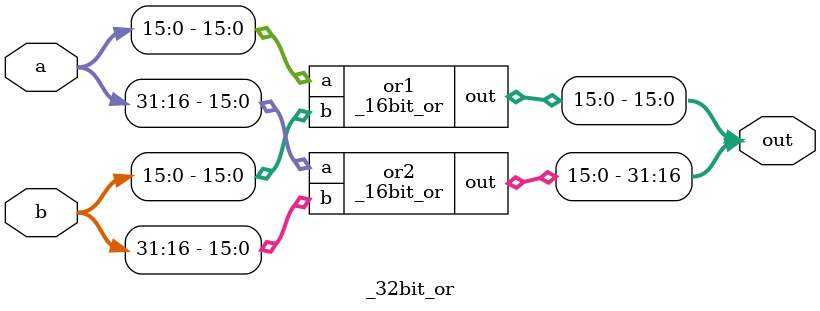
<source format=v>
module _4bit_or(a, b, out);

input [3:0] a, b;
output [3:0] out;

or or1(out[0], a[0], b[0]);
or or2(out[1], a[1], b[1]);
or or3(out[2], a[2], b[2]);
or or4(out[3], a[3], b[3]);

endmodule


module _16bit_or(a, b, out);

input [15:0] a, b;
output [15:0] out;

_4bit_or or1( a[3:0], b[3:0], out[3:0]);
_4bit_or or2(a[7:4], b[7:4], out[7:4]);
_4bit_or or3(a[11:8], b[11:8], out[11:8]);
_4bit_or or4(a[15:12], b[15:12], out[15:12]);

endmodule

module _32bit_or(a, b, out);

input [31:0] a, b;
output [31:0] out;

_16bit_or or1(a[15:0], b[15:0], out[15:0]);
_16bit_or or2(a[31:16], b[31:16], out[31:16]);

endmodule

</source>
